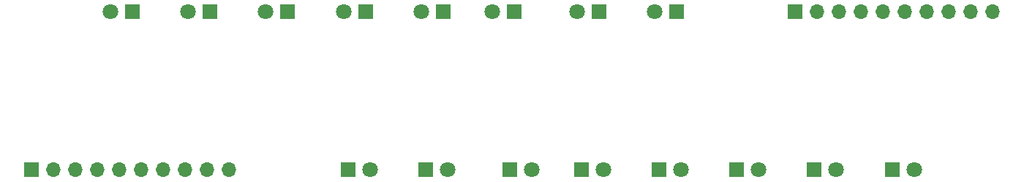
<source format=gbs>
G04 #@! TF.GenerationSoftware,KiCad,Pcbnew,(5.1.6-0-10_14)*
G04 #@! TF.CreationDate,2021-06-29T11:03:14+09:00*
G04 #@! TF.ProjectId,qPCR-panel_led_20210629,71504352-2d70-4616-9e65-6c5f6c65645f,rev?*
G04 #@! TF.SameCoordinates,Original*
G04 #@! TF.FileFunction,Soldermask,Bot*
G04 #@! TF.FilePolarity,Negative*
%FSLAX46Y46*%
G04 Gerber Fmt 4.6, Leading zero omitted, Abs format (unit mm)*
G04 Created by KiCad (PCBNEW (5.1.6-0-10_14)) date 2021-06-29 11:03:14*
%MOMM*%
%LPD*%
G01*
G04 APERTURE LIST*
%ADD10R,1.800000X1.800000*%
%ADD11C,1.800000*%
%ADD12R,1.700000X1.700000*%
%ADD13O,1.700000X1.700000*%
G04 APERTURE END LIST*
D10*
X182230000Y-71122000D03*
D11*
X184770000Y-71122000D03*
X175770000Y-71122000D03*
D10*
X173230000Y-71122000D03*
X164230000Y-71122000D03*
D11*
X166770000Y-71122000D03*
X157770000Y-71122000D03*
D10*
X155230000Y-71122000D03*
X146230000Y-71122000D03*
D11*
X148770000Y-71122000D03*
X140540000Y-71122000D03*
D10*
X138000000Y-71122000D03*
X128230000Y-71122000D03*
D11*
X130770000Y-71122000D03*
X121770000Y-71122000D03*
D10*
X119230000Y-71122000D03*
D12*
X82634254Y-71122000D03*
D13*
X85174254Y-71122000D03*
X87714254Y-71122000D03*
X90254254Y-71122000D03*
X92794254Y-71122000D03*
X95334254Y-71122000D03*
X97874254Y-71122000D03*
X100414254Y-71122000D03*
X102954254Y-71122000D03*
X105494254Y-71122000D03*
D10*
X94270000Y-52722000D03*
D11*
X91730000Y-52722000D03*
X100730000Y-52722000D03*
D10*
X103270000Y-52722000D03*
X112270000Y-52722000D03*
D11*
X109730000Y-52722000D03*
X118730000Y-52722000D03*
D10*
X121270000Y-52722000D03*
X130270000Y-52722000D03*
D11*
X127730000Y-52722000D03*
X135960000Y-52722000D03*
D10*
X138500000Y-52722000D03*
X148270000Y-52722000D03*
D11*
X145730000Y-52722000D03*
X154730000Y-52722000D03*
D10*
X157270000Y-52722000D03*
D12*
X171005746Y-52722000D03*
D13*
X173545746Y-52722000D03*
X176085746Y-52722000D03*
X178625746Y-52722000D03*
X181165746Y-52722000D03*
X183705746Y-52722000D03*
X186245746Y-52722000D03*
X188785746Y-52722000D03*
X191325746Y-52722000D03*
X193865746Y-52722000D03*
M02*

</source>
